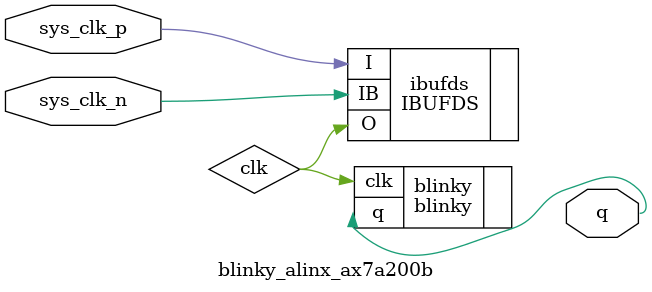
<source format=v>
module blinky_alinx_ax7a200b (
  input wire  sys_clk_p,
  input wire  sys_clk_n,
  output wire q
);

  wire clk;
  IBUFDS ibufds
  (
    .I  (sys_clk_p),
    .IB (sys_clk_n),
    .O  (clk)
  );

  blinky #(
    .clk_freq_hz(200_000_000)
  ) blinky (
    .clk (clk),
    .q   (q)
  );

endmodule

</source>
